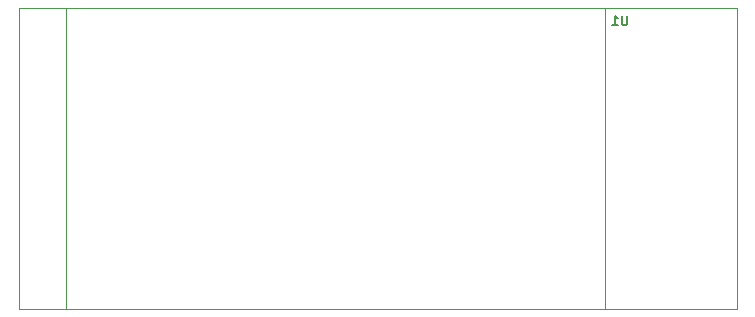
<source format=gbo>
G04 #@! TF.GenerationSoftware,KiCad,Pcbnew,8.0.1-8.0.1-1~ubuntu22.04.1*
G04 #@! TF.CreationDate,2024-09-16T09:20:12+02:00*
G04 #@! TF.ProjectId,NerdNOS,4e657264-4e4f-4532-9e6b-696361645f70,rev?*
G04 #@! TF.SameCoordinates,Original*
G04 #@! TF.FileFunction,Legend,Bot*
G04 #@! TF.FilePolarity,Positive*
%FSLAX46Y46*%
G04 Gerber Fmt 4.6, Leading zero omitted, Abs format (unit mm)*
G04 Created by KiCad (PCBNEW 8.0.1-8.0.1-1~ubuntu22.04.1) date 2024-09-16 09:20:12*
%MOMM*%
%LPD*%
G01*
G04 APERTURE LIST*
%ADD10C,0.150000*%
%ADD11C,0.120000*%
%ADD12C,0.650000*%
%ADD13O,2.100000X1.000000*%
%ADD14O,1.800000X1.000000*%
%ADD15C,3.200000*%
%ADD16C,1.700000*%
G04 APERTURE END LIST*
D10*
X131809523Y-54162295D02*
X131809523Y-54809914D01*
X131809523Y-54809914D02*
X131771428Y-54886104D01*
X131771428Y-54886104D02*
X131733333Y-54924200D01*
X131733333Y-54924200D02*
X131657142Y-54962295D01*
X131657142Y-54962295D02*
X131504761Y-54962295D01*
X131504761Y-54962295D02*
X131428571Y-54924200D01*
X131428571Y-54924200D02*
X131390476Y-54886104D01*
X131390476Y-54886104D02*
X131352380Y-54809914D01*
X131352380Y-54809914D02*
X131352380Y-54162295D01*
X130552381Y-54962295D02*
X131009524Y-54962295D01*
X130780952Y-54962295D02*
X130780952Y-54162295D01*
X130780952Y-54162295D02*
X130857143Y-54276580D01*
X130857143Y-54276580D02*
X130933333Y-54352771D01*
X130933333Y-54352771D02*
X131009524Y-54390866D01*
D11*
X84300000Y-53530000D02*
X84300000Y-78930000D01*
X129950000Y-53530000D02*
X129950000Y-78930000D01*
X80300000Y-53485000D02*
X141080000Y-53485000D01*
X141080000Y-78975000D01*
X80300000Y-78975000D01*
X80300000Y-53485000D01*
%LPC*%
D12*
X135985000Y-69080000D03*
X135985000Y-63300000D03*
D13*
X135485000Y-70510000D03*
D14*
X139665000Y-70510000D03*
D13*
X135485000Y-61870000D03*
D14*
X139665000Y-61870000D03*
D15*
X117230000Y-72760000D03*
X91370000Y-59640000D03*
D16*
X89440000Y-77490000D03*
X91980000Y-77890000D03*
X94520000Y-77490000D03*
X97060000Y-77890000D03*
X99600000Y-77490000D03*
X102140000Y-77890000D03*
X104680000Y-77490000D03*
X107220000Y-77890000D03*
X109760000Y-77490000D03*
X112300000Y-77890000D03*
X114840000Y-77490000D03*
X117380000Y-77890000D03*
X117380000Y-54970000D03*
X114840000Y-54570000D03*
X112300000Y-54970000D03*
X109760000Y-54570000D03*
X107220000Y-54970000D03*
X104680000Y-54570000D03*
X102140000Y-54970000D03*
X99600000Y-54570000D03*
X97060000Y-54970000D03*
X94520000Y-54570000D03*
X91980000Y-54970000D03*
X89440000Y-54570000D03*
%LPD*%
M02*

</source>
